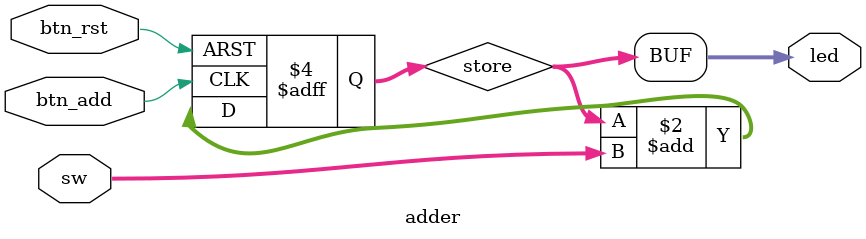
<source format=v>
`timescale 1ns / 1ps


module adder(
    input [3:0] sw,
    input btn_add,
    input btn_rst,
    output [3:0] led
    );
    reg [3:0] store = 0;
    
    //always @ (negedge btn_add) store = store + sw;
    //always @ (negedge btn_rst) store = 4'b0000;
    //Can't load store in two different always blocks
    //Also if you use negedge, you have to hold down rst button to use other button.  Intended :)
    always @ (posedge btn_add or posedge btn_rst) begin
        if ( btn_rst) begin
            store <= 'b0;
        end else begin
            store <= store + sw;
        end
    end
    
    assign led = store;
endmodule

</source>
